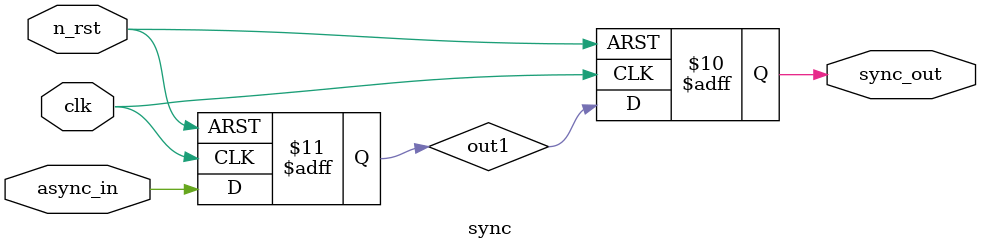
<source format=sv>

module sync
(
  input wire clk,
  input wire n_rst,
  input wire async_in,
  output reg sync_out
);

reg out1;

always_ff @ (posedge clk, negedge n_rst)
begin
  if (1'b0 == n_rst)
    begin
      sync_out <= 0;
      out1 <= 0;
    end
  else if (async_in == 1'b0 | async_in == 1'b1)
  begin
      out1 <= async_in;
      sync_out <= out1;
  end
end

endmodule
</source>
